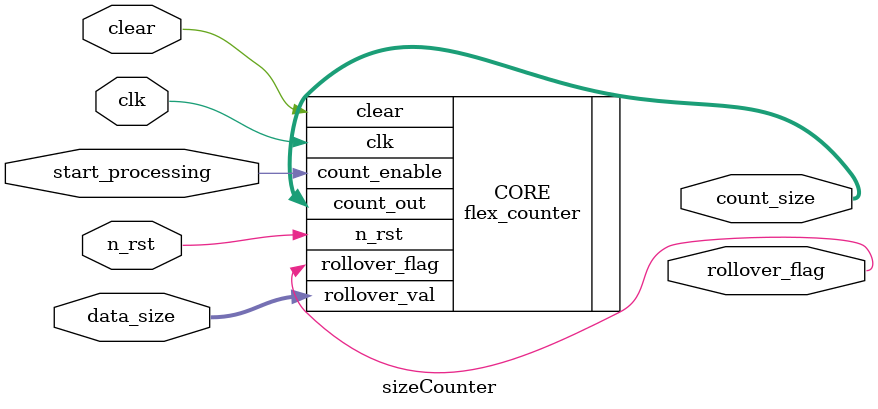
<source format=sv>
module sizeCounter
(
  input wire clk,
  input wire n_rst,
  input wire clear,
  input wire start_processing,
  input wire [15:0] data_size,
  output reg [15:0] count_size,
  output reg rollover_flag
);

	flex_counter
	#(
		.NUM_CNT_BITS(16)
	)
	CORE (
		.clk(clk),
		.n_rst(n_rst),
		.clear(clear),
		.count_enable(start_processing),
		.rollover_val(data_size),
		.count_out(count_size),
		.rollover_flag(rollover_flag)
	);
endmodule
</source>
